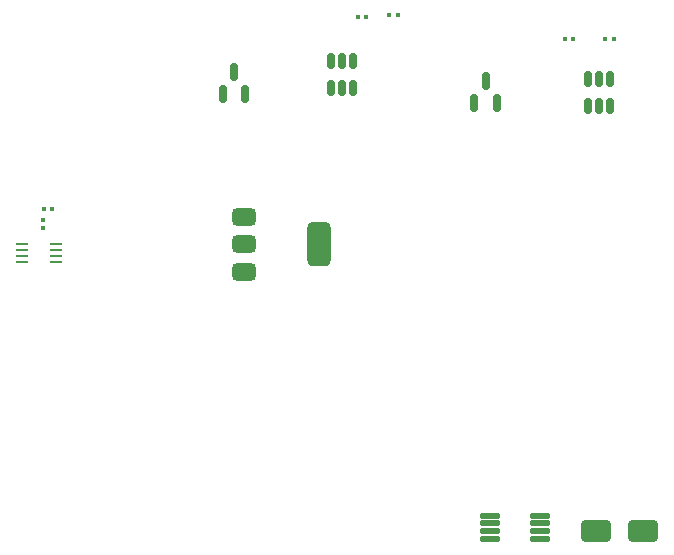
<source format=gbr>
%TF.GenerationSoftware,KiCad,Pcbnew,9.0.4*%
%TF.CreationDate,2025-10-16T20:01:58-07:00*%
%TF.ProjectId,E-Stop,452d5374-6f70-42e6-9b69-6361645f7063,rev?*%
%TF.SameCoordinates,Original*%
%TF.FileFunction,Paste,Top*%
%TF.FilePolarity,Positive*%
%FSLAX46Y46*%
G04 Gerber Fmt 4.6, Leading zero omitted, Abs format (unit mm)*
G04 Created by KiCad (PCBNEW 9.0.4) date 2025-10-16 20:01:58*
%MOMM*%
%LPD*%
G01*
G04 APERTURE LIST*
G04 Aperture macros list*
%AMRoundRect*
0 Rectangle with rounded corners*
0 $1 Rounding radius*
0 $2 $3 $4 $5 $6 $7 $8 $9 X,Y pos of 4 corners*
0 Add a 4 corners polygon primitive as box body*
4,1,4,$2,$3,$4,$5,$6,$7,$8,$9,$2,$3,0*
0 Add four circle primitives for the rounded corners*
1,1,$1+$1,$2,$3*
1,1,$1+$1,$4,$5*
1,1,$1+$1,$6,$7*
1,1,$1+$1,$8,$9*
0 Add four rect primitives between the rounded corners*
20,1,$1+$1,$2,$3,$4,$5,0*
20,1,$1+$1,$4,$5,$6,$7,0*
20,1,$1+$1,$6,$7,$8,$9,0*
20,1,$1+$1,$8,$9,$2,$3,0*%
G04 Aperture macros list end*
%ADD10RoundRect,0.375000X-0.625000X-0.375000X0.625000X-0.375000X0.625000X0.375000X-0.625000X0.375000X0*%
%ADD11RoundRect,0.500000X-0.500000X-1.400000X0.500000X-1.400000X0.500000X1.400000X-0.500000X1.400000X0*%
%ADD12RoundRect,0.079500X-0.079500X-0.100500X0.079500X-0.100500X0.079500X0.100500X-0.079500X0.100500X0*%
%ADD13R,1.066800X0.254000*%
%ADD14RoundRect,0.150000X-0.150000X0.512500X-0.150000X-0.512500X0.150000X-0.512500X0.150000X0.512500X0*%
%ADD15RoundRect,0.150000X0.150000X-0.587500X0.150000X0.587500X-0.150000X0.587500X-0.150000X-0.587500X0*%
%ADD16RoundRect,0.079500X0.100500X-0.079500X0.100500X0.079500X-0.100500X0.079500X-0.100500X-0.079500X0*%
%ADD17RoundRect,0.079500X0.079500X0.100500X-0.079500X0.100500X-0.079500X-0.100500X0.079500X-0.100500X0*%
%ADD18RoundRect,0.250000X-1.000000X-0.650000X1.000000X-0.650000X1.000000X0.650000X-1.000000X0.650000X0*%
%ADD19RoundRect,0.125000X-0.687500X-0.125000X0.687500X-0.125000X0.687500X0.125000X-0.687500X0.125000X0*%
G04 APERTURE END LIST*
D10*
%TO.C,U1*%
X134500000Y-94700000D03*
X134500000Y-97000000D03*
D11*
X140800000Y-97000000D03*
D10*
X134500000Y-99300000D03*
%TD*%
D12*
%TO.C,100nF*%
X117546600Y-93980000D03*
X118236600Y-93980000D03*
%TD*%
%TO.C,10K*%
X144110000Y-77730000D03*
X144800000Y-77730000D03*
%TD*%
D13*
%TO.C,U2*%
X118567200Y-98442401D03*
X118567200Y-97942400D03*
X118567200Y-97442400D03*
X118567200Y-96942399D03*
X115722400Y-96942399D03*
X115722400Y-97442400D03*
X115722400Y-97942400D03*
X115722400Y-98442401D03*
%TD*%
D14*
%TO.C,Q1*%
X165472500Y-82992500D03*
X164522500Y-82992500D03*
X163572500Y-82992500D03*
X163572500Y-85267500D03*
X164522500Y-85267500D03*
X165472500Y-85267500D03*
%TD*%
D15*
%TO.C,Q4*%
X132680000Y-84250000D03*
X134580000Y-84250000D03*
X133630000Y-82375000D03*
%TD*%
D16*
%TO.C,10k*%
X117500400Y-95610200D03*
X117500400Y-94920200D03*
%TD*%
D17*
%TO.C,47k*%
X165785000Y-79600000D03*
X165095000Y-79600000D03*
%TD*%
D15*
%TO.C,Q3*%
X154000000Y-85000000D03*
X155900000Y-85000000D03*
X154950000Y-83125000D03*
%TD*%
D18*
%TO.C,D1*%
X164270000Y-121220000D03*
X168270000Y-121220000D03*
%TD*%
D19*
%TO.C,XOR*%
X155287000Y-119970000D03*
X155287000Y-120620000D03*
X155287000Y-121270000D03*
X155287000Y-121920000D03*
X159512000Y-121920000D03*
X159512000Y-121270000D03*
X159512000Y-120620000D03*
X159512000Y-119970000D03*
%TD*%
D14*
%TO.C,Transistor*%
X143752500Y-81462500D03*
X142802500Y-81462500D03*
X141852500Y-81462500D03*
X141852500Y-83737500D03*
X142802500Y-83737500D03*
X143752500Y-83737500D03*
%TD*%
D17*
%TO.C,47k*%
X147490000Y-77560000D03*
X146800000Y-77560000D03*
%TD*%
D12*
%TO.C,10K*%
X161640000Y-79590000D03*
X162330000Y-79590000D03*
%TD*%
M02*

</source>
